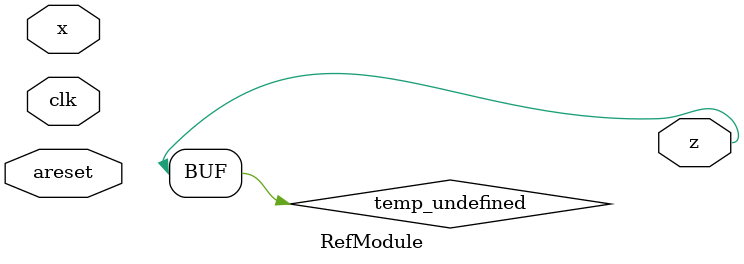
<source format=sv>

module RefModule (
  input clk,
  input areset,
  input x,
  output z
);

  parameter A=0,B=1,C=2;
  reg [1:0] state;
  always @(posedge clk, posedge areset) begin
    if (areset)
      state <= A;
    else begin
      case (state)
        A: state <= x ? C : A;
        B: state <= x ? B : C;
        C: state <= x ? B : C;
      endcase
    end
  end

  assign z = temp_undefined;

endmodule


</source>
